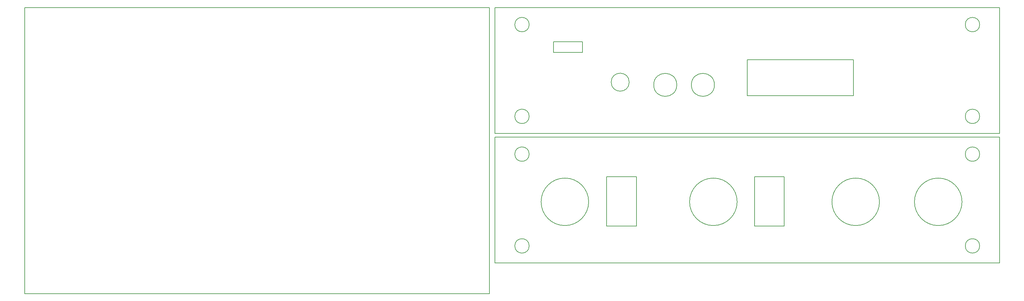
<source format=gm1>
G04 #@! TF.GenerationSoftware,KiCad,Pcbnew,5.0.2-bee76a0~70~ubuntu18.04.1*
G04 #@! TF.CreationDate,2019-02-25T20:46:02+02:00*
G04 #@! TF.ProjectId,stimjim,7374696d-6a69-46d2-9e6b-696361645f70,rev?*
G04 #@! TF.SameCoordinates,Original*
G04 #@! TF.FileFunction,Profile,NP*
%FSLAX46Y46*%
G04 Gerber Fmt 4.6, Leading zero omitted, Abs format (unit mm)*
G04 Created by KiCad (PCBNEW 5.0.2-bee76a0~70~ubuntu18.04.1) date Mon Feb 25 20:46:02 2019*
%MOMM*%
%LPD*%
G01*
G04 APERTURE LIST*
%ADD10C,0.150000*%
%ADD11C,0.200000*%
G04 APERTURE END LIST*
D10*
X14000000Y-58000000D02*
X14000000Y-137500000D01*
X143000000Y-58000000D02*
X14000000Y-58000000D01*
X143000000Y-137500000D02*
X143000000Y-58000000D01*
X14000000Y-137500000D02*
X143000000Y-137500000D01*
D11*
X181750000Y-78750000D02*
G75*
G03X181750000Y-78750000I-2500000J0D01*
G01*
X214500000Y-72500000D02*
X244000000Y-72500000D01*
X244000000Y-82500000D02*
X214500000Y-82500000D01*
X214500000Y-82500000D02*
X214500000Y-72500000D01*
X244000000Y-72500000D02*
X244000000Y-82500000D01*
X205400000Y-79500000D02*
G75*
G03X205400000Y-79500000I-3200000J0D01*
G01*
X194950000Y-79500000D02*
G75*
G03X194950000Y-79500000I-3200000J0D01*
G01*
X160750000Y-67500000D02*
X168750000Y-67500000D01*
X168750000Y-70500000D02*
X168750000Y-67500000D01*
X160750000Y-70500000D02*
X168750000Y-70500000D01*
X160750000Y-67500000D02*
X160750000Y-70500000D01*
X279000000Y-124250000D02*
G75*
G03X279000000Y-124250000I-2000000J0D01*
G01*
D10*
X144500000Y-129000000D02*
X144500000Y-94000000D01*
X144500000Y-94000000D02*
X284500000Y-94000000D01*
X284500000Y-129000000D02*
X144500000Y-129000000D01*
D11*
X224750000Y-118750000D02*
X216500000Y-118750000D01*
X211700000Y-112000000D02*
G75*
G03X211700000Y-112000000I-6600000J0D01*
G01*
X175500000Y-105000000D02*
X183750000Y-105000000D01*
X224750000Y-105000000D02*
X224750000Y-118750000D01*
X154000000Y-98750000D02*
G75*
G03X154000000Y-98750000I-2000000J0D01*
G01*
X251200000Y-112000000D02*
G75*
G03X251200000Y-112000000I-6600000J0D01*
G01*
X274100000Y-112000000D02*
G75*
G03X274100000Y-112000000I-6600000J0D01*
G01*
D10*
X284500000Y-94000000D02*
X284500000Y-129000000D01*
D11*
X183750000Y-118750000D02*
X175500000Y-118750000D01*
X216500000Y-105000000D02*
X224750000Y-105000000D01*
X183750000Y-105000000D02*
X183750000Y-118750000D01*
X279000000Y-98750000D02*
G75*
G03X279000000Y-98750000I-2000000J0D01*
G01*
X175500000Y-118750000D02*
X175500000Y-105000000D01*
X216500000Y-118750000D02*
X216500000Y-105000000D01*
X154000000Y-124250000D02*
G75*
G03X154000000Y-124250000I-2000000J0D01*
G01*
X170500000Y-112000000D02*
G75*
G03X170500000Y-112000000I-6600000J0D01*
G01*
X279000000Y-62750000D02*
G75*
G03X279000000Y-62750000I-2000000J0D01*
G01*
X279000000Y-88250000D02*
G75*
G03X279000000Y-88250000I-2000000J0D01*
G01*
X154000000Y-88250000D02*
G75*
G03X154000000Y-88250000I-2000000J0D01*
G01*
X154000000Y-62750000D02*
G75*
G03X154000000Y-62750000I-2000000J0D01*
G01*
D10*
X284500000Y-58000000D02*
X284500000Y-93000000D01*
X284500000Y-93000000D02*
X144500000Y-93000000D01*
X144500000Y-58000000D02*
X284500000Y-58000000D01*
X144500000Y-93000000D02*
X144500000Y-58000000D01*
M02*

</source>
